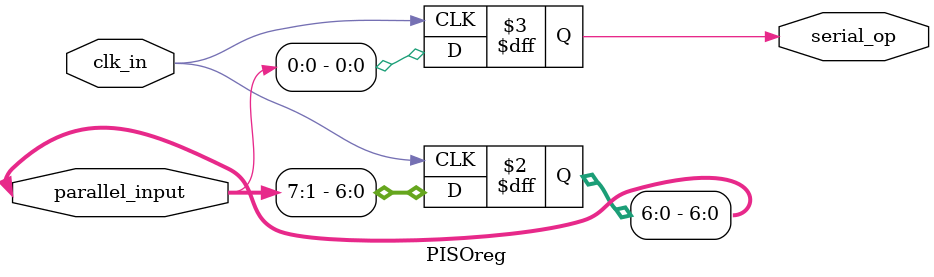
<source format=v>
`timescale 1ns / 1ps
module PISOreg(
	 parallel_input,
    serial_op,
	 clk_in
    );
	 
inout [7:0] parallel_input;
input clk_in;
output serial_op;
reg[7:0] Parallel_input;

always @(posedge clk_in)begin
	serial_op<=parallel_input[0];
	parallel_input[0]<=parallel_input[1];
	parallel_input[1]<=parallel_input[2];
	parallel_input[2]<=parallel_input[3];
	parallel_input[3]<=parallel_input[4];
	parallel_input[4]<=parallel_input[5];
	parallel_input[5]<=parallel_input[6];
	parallel_input[6]<=parallel_input[7];
end
endmodule

</source>
